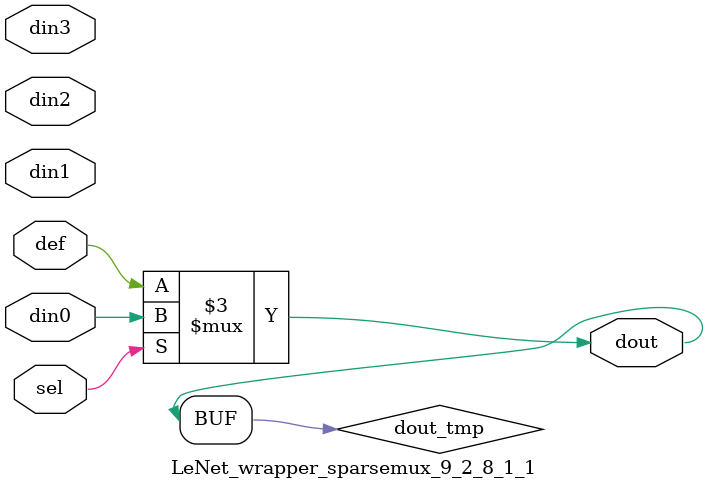
<source format=v>
`timescale 1ns / 1ps

module LeNet_wrapper_sparsemux_9_2_8_1_1 (din0,din1,din2,din3,def,sel,dout);

parameter din0_WIDTH = 1;

parameter din1_WIDTH = 1;

parameter din2_WIDTH = 1;

parameter din3_WIDTH = 1;

parameter def_WIDTH = 1;
parameter sel_WIDTH = 1;
parameter dout_WIDTH = 1;

parameter [sel_WIDTH-1:0] CASE0 = 1;

parameter [sel_WIDTH-1:0] CASE1 = 1;

parameter [sel_WIDTH-1:0] CASE2 = 1;

parameter [sel_WIDTH-1:0] CASE3 = 1;

parameter ID = 1;
parameter NUM_STAGE = 1;



input [din0_WIDTH-1:0] din0;

input [din1_WIDTH-1:0] din1;

input [din2_WIDTH-1:0] din2;

input [din3_WIDTH-1:0] din3;

input [def_WIDTH-1:0] def;
input [sel_WIDTH-1:0] sel;

output [dout_WIDTH-1:0] dout;



reg [dout_WIDTH-1:0] dout_tmp;

always @ (*) begin
case (sel)
    
    CASE0 : dout_tmp = din0;
    
    CASE1 : dout_tmp = din1;
    
    CASE2 : dout_tmp = din2;
    
    CASE3 : dout_tmp = din3;
    
    default : dout_tmp = def;
endcase
end


assign dout = dout_tmp;



endmodule

</source>
